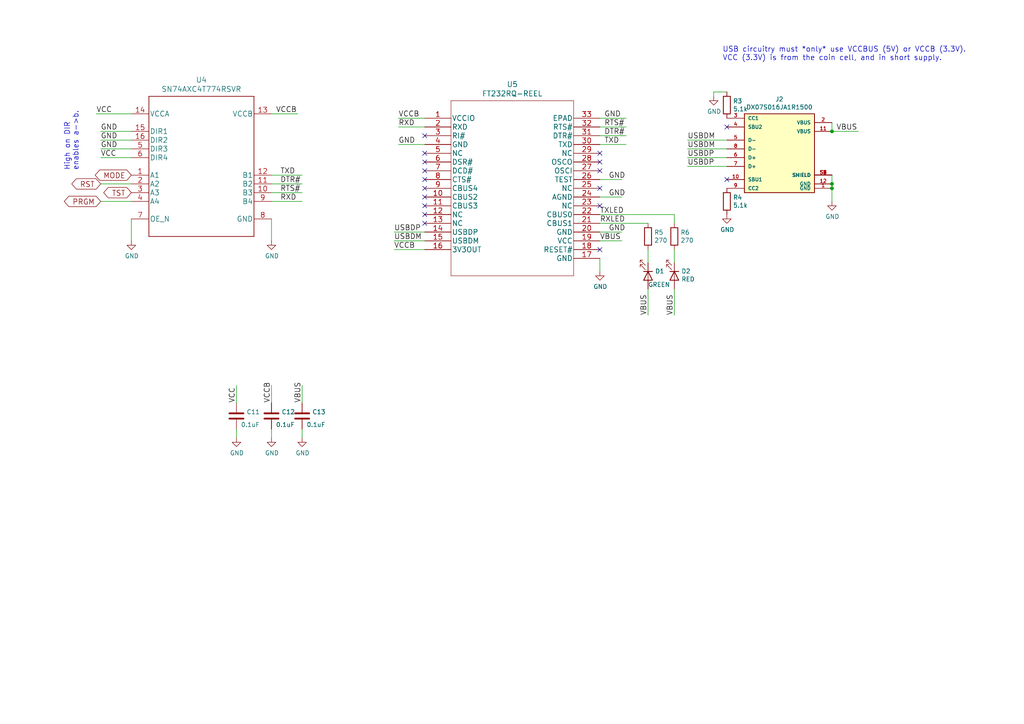
<source format=kicad_sch>
(kicad_sch (version 20211123) (generator eeschema)
  (paper "A4")
  (title_block (title "USB Programmer for GW31") (date "2020-12-20") (rev "31") (company "Travis Goodspeed"))
  (lib_symbols
    (symbol "Device:C" (pin_numbers hide) (pin_names (offset 0.254))
      (property "Reference" "C" (at 0.635 2.54 0))
      (property "Value" "Device_C" (at 0.635 -2.54 0))
      (symbol "C_0_1"
        (polyline (pts (xy -2.032 -0.762) (xy 2.032 -0.762)) (stroke (width 0.508)))
        (polyline (pts (xy -2.032 0.762) (xy 2.032 0.762)) (stroke (width 0.508)))
      )
      (symbol "C_1_1"
        (pin passive line (at 0 3.81 270) (length 2.794) (name "~") (number "1"))
        (pin passive line (at 0 -3.81 90) (length 2.794) (name "~") (number "2"))
      )
    )
    (symbol "Device:LED" (pin_numbers hide) (pin_names (offset 1.016) hide)
      (property "Reference" "D" (at 0 2.54 0))
      (property "Value" "Device_LED" (at 0 -2.54 0))
      (symbol "LED_0_1"
        (polyline (pts (xy -1.27 -1.27) (xy -1.27 1.27)) (stroke (width 0.254)))
        (polyline (pts (xy -1.27 0) (xy 1.27 0)))
        (polyline (pts (xy 1.27 -1.27) (xy 1.27 1.27) (xy -1.27 0) (xy 1.27 -1.27)) (stroke (width 0.254)))
        (polyline (pts (xy -3.048 -0.762) (xy -4.572 -2.286) (xy -3.81 -2.286) (xy -4.572 -2.286) (xy -4.572 -1.524)))
        (polyline (pts (xy -1.778 -0.762) (xy -3.302 -2.286) (xy -2.54 -2.286) (xy -3.302 -2.286) (xy -3.302 -1.524)))
      )
      (symbol "LED_1_1"
        (pin passive line (at -3.81 0 0) (length 2.54) (name "K") (number "1"))
        (pin passive line (at 3.81 0 180) (length 2.54) (name "A") (number "2"))
      )
    )
    (symbol "Device:R" (pin_numbers hide) (pin_names (offset 0))
      (property "Reference" "R" (at 2.032 0 90))
      (property "Value" "Device_R" (at 0 0 90))
      (symbol "R_0_1"
        (rectangle (start -1.016 -2.54) (end 1.016 2.54) (stroke (width 0.254)))
      )
      (symbol "R_1_1"
        (pin passive line (at 0 3.81 270) (length 1.27) (name "~") (number "1"))
        (pin passive line (at 0 -3.81 90) (length 1.27) (name "~") (number "2"))
      )
    )
    (symbol "goodpocketwatch31:DX07S016JA1R1500" (pin_names (offset 1.016))
      (property "Reference" "J" (at -10.16 11.43 0))
      (property "Value" "DX07S016JA1R1500" (at -10.16 -15.24 0))
      (symbol "DX07S016JA1R1500_0_0"
        (rectangle (start -10.16 -12.7) (end 10.16 10.16) (stroke (width 0.254)) (fill (type background)))
        (pin power_in line (at 15.24 -11.43 180) (length 5.08) (name "GND") (number "1"))
        (pin passive line (at -15.24 -8.89 0) (length 5.08) (name "SBU1") (number "10"))
        (pin power_in line (at 15.24 5.08 180) (length 5.08) (name "VBUS") (number "11"))
        (pin power_in line (at 15.24 -10.16 180) (length 5.08) (name "GND") (number "12"))
        (pin power_in line (at 15.24 7.62 180) (length 5.08) (name "VBUS") (number "2"))
        (pin passive line (at -15.24 8.89 0) (length 5.08) (name "CC1") (number "3"))
        (pin passive line (at -15.24 6.35 0) (length 5.08) (name "SBU2") (number "4"))
        (pin passive line (at -15.24 2.54 0) (length 5.08) (name "D-") (number "5"))
        (pin passive line (at -15.24 -2.54 0) (length 5.08) (name "D+") (number "6"))
        (pin passive line (at -15.24 -5.08 0) (length 5.08) (name "D+") (number "7"))
        (pin passive line (at -15.24 0 0) (length 5.08) (name "D-") (number "8"))
        (pin passive line (at -15.24 -11.43 0) (length 5.08) (name "CC2") (number "9"))
        (pin passive line (at 15.24 -7.62 180) (length 5.08) (name "SHIELD") (number "S1"))
        (pin passive line (at 15.24 -7.62 180) (length 5.08) (name "SHIELD") (number "S2"))
        (pin passive line (at 15.24 -7.62 180) (length 5.08) (name "SHIELD") (number "S3"))
        (pin passive line (at 15.24 -7.62 180) (length 5.08) (name "SHIELD") (number "S4"))
        (pin passive line (at 15.24 -7.62 180) (length 5.08) (name "SHIELD") (number "S5"))
        (pin passive line (at 15.24 -7.62 180) (length 5.08) (name "SHIELD") (number "S6"))
      )
    )
    (symbol "goodpocketwatch31:FT232RQ-REEL" (pin_names (offset 0.254))
      (property "Reference" "U" (at 25.4 10.16 0))
      (property "Value" "FT232RQ-REEL" (at 25.4 7.62 0))
      (symbol "FT232RQ-REEL_1_1"
        (polyline (pts (xy 7.62 -45.72) (xy 43.18 -45.72)) (stroke (width 0.127)))
        (polyline (pts (xy 7.62 5.08) (xy 7.62 -45.72)) (stroke (width 0.127)))
        (polyline (pts (xy 43.18 -45.72) (xy 43.18 5.08)) (stroke (width 0.127)))
        (polyline (pts (xy 43.18 5.08) (xy 7.62 5.08)) (stroke (width 0.127)))
        (pin unspecified line (at 0 0 0) (length 7.62) (name "VCCIO") (number "1"))
        (pin unspecified line (at 0 -22.86 0) (length 7.62) (name "CBUS2") (number "10"))
        (pin unspecified line (at 0 -25.4 0) (length 7.62) (name "CBUS3") (number "11"))
        (pin unspecified line (at 0 -27.94 0) (length 7.62) (name "NC") (number "12"))
        (pin unspecified line (at 0 -30.48 0) (length 7.62) (name "NC") (number "13"))
        (pin unspecified line (at 0 -33.02 0) (length 7.62) (name "USBDP") (number "14"))
        (pin unspecified line (at 0 -35.56 0) (length 7.62) (name "USBDM") (number "15"))
        (pin unspecified line (at 0 -38.1 0) (length 7.62) (name "3V3OUT") (number "16"))
        (pin unspecified line (at 50.8 -40.64 180) (length 7.62) (name "GND") (number "17"))
        (pin unspecified line (at 50.8 -38.1 180) (length 7.62) (name "RESET#") (number "18"))
        (pin unspecified line (at 50.8 -35.56 180) (length 7.62) (name "VCC") (number "19"))
        (pin unspecified line (at 0 -2.54 0) (length 7.62) (name "RXD") (number "2"))
        (pin unspecified line (at 50.8 -33.02 180) (length 7.62) (name "GND") (number "20"))
        (pin unspecified line (at 50.8 -30.48 180) (length 7.62) (name "CBUS1") (number "21"))
        (pin unspecified line (at 50.8 -27.94 180) (length 7.62) (name "CBUS0") (number "22"))
        (pin unspecified line (at 50.8 -25.4 180) (length 7.62) (name "NC") (number "23"))
        (pin unspecified line (at 50.8 -22.86 180) (length 7.62) (name "AGND") (number "24"))
        (pin unspecified line (at 50.8 -20.32 180) (length 7.62) (name "NC") (number "25"))
        (pin unspecified line (at 50.8 -17.78 180) (length 7.62) (name "TEST") (number "26"))
        (pin unspecified line (at 50.8 -15.24 180) (length 7.62) (name "OSCI") (number "27"))
        (pin unspecified line (at 50.8 -12.7 180) (length 7.62) (name "OSCO") (number "28"))
        (pin unspecified line (at 50.8 -10.16 180) (length 7.62) (name "NC") (number "29"))
        (pin unspecified line (at 0 -5.08 0) (length 7.62) (name "RI#") (number "3"))
        (pin unspecified line (at 50.8 -7.62 180) (length 7.62) (name "TXD") (number "30"))
        (pin unspecified line (at 50.8 -5.08 180) (length 7.62) (name "DTR#") (number "31"))
        (pin unspecified line (at 50.8 -2.54 180) (length 7.62) (name "RTS#") (number "32"))
        (pin unspecified line (at 50.8 0 180) (length 7.62) (name "EPAD") (number "33"))
        (pin unspecified line (at 0 -7.62 0) (length 7.62) (name "GND") (number "4"))
        (pin unspecified line (at 0 -10.16 0) (length 7.62) (name "NC") (number "5"))
        (pin unspecified line (at 0 -12.7 0) (length 7.62) (name "DSR#") (number "6"))
        (pin unspecified line (at 0 -15.24 0) (length 7.62) (name "DCD#") (number "7"))
        (pin unspecified line (at 0 -17.78 0) (length 7.62) (name "CTS#") (number "8"))
        (pin unspecified line (at 0 -20.32 0) (length 7.62) (name "CBUS4") (number "9"))
      )
    )
    (symbol "goodpocketwatch31:SN74AXC4T774RSVR" (pin_names (offset 0.254))
      (property "Reference" "U" (at 0 2.54 0))
      (property "Value" "SN74AXC4T774RSVR" (at 0 0 0))
      (symbol "SN74AXC4T774RSVR_1_1"
        (polyline (pts (xy -15.24 -20.32) (xy 15.24 -20.32)) (stroke (width 0.2032)))
        (polyline (pts (xy -15.24 20.32) (xy -15.24 -20.32)) (stroke (width 0.2032)))
        (polyline (pts (xy 15.24 -20.32) (xy 15.24 20.32)) (stroke (width 0.2032)))
        (polyline (pts (xy 15.24 20.32) (xy -15.24 20.32)) (stroke (width 0.2032)))
        (pin bidirectional line (at -20.32 -2.54 0) (length 5.08) (name "A1") (number "1"))
        (pin bidirectional line (at 20.32 -7.62 180) (length 5.08) (name "B3") (number "10"))
        (pin bidirectional line (at 20.32 -5.08 180) (length 5.08) (name "B2") (number "11"))
        (pin bidirectional line (at 20.32 -2.54 180) (length 5.08) (name "B1") (number "12"))
        (pin power_in line (at 20.32 15.24 180) (length 5.08) (name "VCCB") (number "13"))
        (pin power_in line (at -20.32 15.24 0) (length 5.08) (name "VCCA") (number "14"))
        (pin input line (at -20.32 10.16 0) (length 5.08) (name "DIR1") (number "15"))
        (pin input line (at -20.32 7.62 0) (length 5.08) (name "DIR2") (number "16"))
        (pin bidirectional line (at -20.32 -5.08 0) (length 5.08) (name "A2") (number "2"))
        (pin bidirectional line (at -20.32 -7.62 0) (length 5.08) (name "A3") (number "3"))
        (pin bidirectional line (at -20.32 -10.16 0) (length 5.08) (name "A4") (number "4"))
        (pin input line (at -20.32 5.08 0) (length 5.08) (name "DIR3") (number "5"))
        (pin input line (at -20.32 2.54 0) (length 5.08) (name "DIR4") (number "6"))
        (pin input line (at -20.32 -15.24 0) (length 5.08) (name "OE_N") (number "7"))
        (pin power_in line (at 20.32 -15.24 180) (length 5.08) (name "GND") (number "8"))
        (pin bidirectional line (at 20.32 -10.16 180) (length 5.08) (name "B4") (number "9"))
      )
    )
    (symbol "power:GND" (power) (pin_names (offset 0))
      (property "Value" "power_GND" (at 0 -3.81 0))
      (symbol "GND_0_1"
        (polyline (pts (xy 0 0) (xy 0 -1.27) (xy 1.27 -1.27) (xy 0 -2.54) (xy -1.27 -1.27) (xy 0 -1.27)))
      )
      (symbol "GND_1_1"
        (pin power_in line (at 0 0 270) (length 0) hide (name "GND") (number "1"))
      )
    )
  )
  (junction (at 241.3 54.61))
  (junction (at 241.3 38.1))
  (junction (at 241.3 53.34))
  (no_connect (at 173.99 54.61))
  (no_connect (at 210.82 36.83))
  (no_connect (at 123.19 59.69))
  (no_connect (at 123.19 44.45))
  (no_connect (at 123.19 54.61))
  (no_connect (at 123.19 49.53))
  (no_connect (at 123.19 62.23))
  (no_connect (at 173.99 59.69))
  (no_connect (at 123.19 52.07))
  (no_connect (at 173.99 72.39))
  (no_connect (at 123.19 57.15))
  (no_connect (at 173.99 46.99))
  (no_connect (at 123.19 39.37))
  (no_connect (at 123.19 46.99))
  (no_connect (at 173.99 44.45))
  (no_connect (at 210.82 52.07))
  (no_connect (at 173.99 49.53))
  (no_connect (at 123.19 64.77))
  (wire (pts (xy 241.3 35.56) (xy 241.3 38.1)))
  (wire (pts (xy 68.58 116.84) (xy 68.58 111.76)))
  (wire (pts (xy 29.21 43.18) (xy 38.1 43.18)))
  (wire (pts (xy 123.19 41.91) (xy 115.57 41.91)))
  (wire (pts (xy 173.99 62.23) (xy 195.58 62.23)))
  (wire (pts (xy 195.58 62.23) (xy 195.58 64.77)))
  (wire (pts (xy 29.21 45.72) (xy 38.1 45.72)))
  (wire (pts (xy 87.63 124.46) (xy 87.63 127)))
  (wire (pts (xy 38.1 33.02) (xy 27.94 33.02)))
  (wire (pts (xy 78.74 33.02) (xy 86.36 33.02)))
  (wire (pts (xy 123.19 34.29) (xy 115.57 34.29)))
  (wire (pts (xy 78.74 58.42) (xy 87.63 58.42)))
  (wire (pts (xy 187.96 83.82) (xy 187.96 91.44)))
  (wire (pts (xy 210.82 45.72) (xy 199.39 45.72)))
  (wire (pts (xy 123.19 72.39) (xy 114.3 72.39)))
  (wire (pts (xy 241.3 54.61) (xy 241.3 58.42)))
  (wire (pts (xy 173.99 69.85) (xy 180.34 69.85)))
  (wire (pts (xy 29.21 53.34) (xy 38.1 53.34)))
  (wire (pts (xy 123.19 67.31) (xy 114.3 67.31)))
  (wire (pts (xy 173.99 36.83) (xy 181.61 36.83)))
  (wire (pts (xy 173.99 39.37) (xy 181.61 39.37)))
  (wire (pts (xy 210.82 43.18) (xy 199.39 43.18)))
  (wire (pts (xy 78.74 53.34) (xy 87.63 53.34)))
  (wire (pts (xy 78.74 55.88) (xy 87.63 55.88)))
  (wire (pts (xy 29.21 40.64) (xy 38.1 40.64)))
  (wire (pts (xy 207.01 26.67) (xy 210.82 26.67)))
  (wire (pts (xy 210.82 48.26) (xy 199.39 48.26)))
  (wire (pts (xy 173.99 57.15) (xy 180.34 57.15)))
  (wire (pts (xy 241.3 38.1) (xy 248.92 38.1)))
  (wire (pts (xy 241.3 53.34) (xy 241.3 54.61)))
  (wire (pts (xy 123.19 36.83) (xy 115.57 36.83)))
  (wire (pts (xy 173.99 74.93) (xy 173.99 78.74)))
  (wire (pts (xy 195.58 72.39) (xy 195.58 76.2)))
  (wire (pts (xy 195.58 83.82) (xy 195.58 91.44)))
  (wire (pts (xy 78.74 50.8) (xy 87.63 50.8)))
  (wire (pts (xy 210.82 40.64) (xy 199.39 40.64)))
  (wire (pts (xy 173.99 34.29) (xy 181.61 34.29)))
  (wire (pts (xy 173.99 41.91) (xy 181.61 41.91)))
  (wire (pts (xy 241.3 53.34) (xy 241.3 50.8)))
  (wire (pts (xy 207.01 27.94) (xy 207.01 26.67)))
  (wire (pts (xy 29.21 38.1) (xy 38.1 38.1)))
  (wire (pts (xy 38.1 69.85) (xy 38.1 63.5)))
  (wire (pts (xy 173.99 52.07) (xy 180.34 52.07)))
  (wire (pts (xy 123.19 69.85) (xy 114.3 69.85)))
  (wire (pts (xy 187.96 76.2) (xy 187.96 72.39)))
  (wire (pts (xy 173.99 67.31) (xy 180.34 67.31)))
  (wire (pts (xy 78.74 124.46) (xy 78.74 127)))
  (wire (pts (xy 78.74 69.85) (xy 78.74 63.5)))
  (wire (pts (xy 87.63 116.84) (xy 87.63 111.76)))
  (wire (pts (xy 68.58 124.46) (xy 68.58 127)))
  (wire (pts (xy 29.21 58.42) (xy 38.1 58.42)))
  (wire (pts (xy 173.99 64.77) (xy 187.96 64.77)))
  (wire (pts (xy 78.74 116.84) (xy 78.74 111.76)))
  (text "USB circuitry must *only* use VCCBUS (5V) or VCCB (3.3V).\nVCC (3.3V) is from the coin cell, and in short supply." (at 209.55 17.78 0) (effects (font (size 1.524 1.524)) (justify left bottom)))
  (text "High on DIR\nenables a->b." (at 22.86 49.53 90) (effects (font (size 1.524 1.524)) (justify left bottom)))
  (label "RTS#" (at 81.28 55.88 0) (effects (font (size 1.524 1.524))))
  (label "GND" (at 29.21 43.18 0) (effects (font (size 1.524 1.524))))
  (label "GND" (at 29.21 40.64 0) (effects (font (size 1.524 1.524))))
  (label "USBDM" (at 199.39 43.18 0) (effects (font (size 1.524 1.524))))
  (label "RTS#" (at 175.26 36.83 0) (effects (font (size 1.524 1.524))))
  (label "USBDM" (at 199.39 40.64 0) (effects (font (size 1.524 1.524))))
  (label "RXLED" (at 173.99 64.77 0) (effects (font (size 1.524 1.524))))
  (label "DTR#" (at 175.26 39.37 0) (effects (font (size 1.524 1.524))))
  (label "GND" (at 176.53 57.15 0) (effects (font (size 1.524 1.524))))
  (label "GND" (at 29.21 38.1 0) (effects (font (size 1.524 1.524))))
  (label "USBDM" (at 114.3 69.85 0) (effects (font (size 1.524 1.524))))
  (label "TXD" (at 81.28 50.8 0) (effects (font (size 1.524 1.524))))
  (label "RXD" (at 115.57 36.83 0) (effects (font (size 1.524 1.524))))
  (label "VCC" (at 29.21 45.72 0) (effects (font (size 1.524 1.524))))
  (label "USBDP" (at 199.39 45.72 0) (effects (font (size 1.524 1.524))))
  (label "VCCB" (at 78.74 116.84 90) (effects (font (size 1.524 1.524))))
  (label "GND" (at 176.53 52.07 0) (effects (font (size 1.524 1.524))))
  (label "GND" (at 176.53 67.31 0) (effects (font (size 1.524 1.524))))
  (label "GND" (at 115.57 41.91 0) (effects (font (size 1.524 1.524))))
  (label "VCCB" (at 115.57 34.29 0) (effects (font (size 1.524 1.524))))
  (label "VBUS" (at 187.96 91.44 90) (effects (font (size 1.524 1.524))))
  (label "GND" (at 175.26 34.29 0) (effects (font (size 1.524 1.524))))
  (label "USBDP" (at 199.39 48.26 0) (effects (font (size 1.524 1.524))))
  (label "VCCB" (at 80.01 33.02 0) (effects (font (size 1.524 1.524))))
  (label "VBUS" (at 173.99 69.85 0) (effects (font (size 1.524 1.524))))
  (label "TXD" (at 175.26 41.91 0) (effects (font (size 1.524 1.524))))
  (label "VBUS" (at 242.57 38.1 0) (effects (font (size 1.524 1.524))))
  (label "VBUS" (at 87.63 116.84 90) (effects (font (size 1.524 1.524))))
  (label "VCCB" (at 114.3 72.39 0) (effects (font (size 1.524 1.524))))
  (label "VCC" (at 27.94 33.02 0) (effects (font (size 1.524 1.524))))
  (label "RXD" (at 81.28 58.42 0) (effects (font (size 1.524 1.524))))
  (label "TXLED" (at 173.99 62.23 0) (effects (font (size 1.524 1.524))))
  (label "USBDP" (at 114.3 67.31 0) (effects (font (size 1.524 1.524))))
  (label "VBUS" (at 195.58 91.44 90) (effects (font (size 1.524 1.524))))
  (label "DTR#" (at 81.28 53.34 0) (effects (font (size 1.524 1.524))))
  (label "VCC" (at 68.58 116.84 90) (effects (font (size 1.524 1.524))))
  (global_label "MODE" (shape bidirectional) (at 38.1 50.8 180) (effects (font (size 1.524 1.524))) (property "Intersheet References" "${INTERSHEET_REFS}" (effects hide)))
  (global_label "RST" (shape bidirectional) (at 29.21 53.34 180) (effects (font (size 1.524 1.524))) (property "Intersheet References" "${INTERSHEET_REFS}" (effects hide)))
  (global_label "TST" (shape bidirectional) (at 38.1 55.88 180) (effects (font (size 1.524 1.524))) (property "Intersheet References" "${INTERSHEET_REFS}" (effects hide)))
  (global_label "PRGM" (shape bidirectional) (at 29.21 58.42 180) (effects (font (size 1.524 1.524))) (property "Intersheet References" "${INTERSHEET_REFS}" (effects hide)))
  (symbol (lib_id "power:GND") (at 78.74 69.85 0) (unit 1)
    (property "Reference" "#PWR0102" (effects hide))
    (property "Value" "GND" (at 78.867 74.2442 0))
  )
  (symbol (lib_id "power:GND") (at 173.99 78.74 0) (unit 1)
    (property "Reference" "#PWR0103" (effects hide))
    (property "Value" "GND" (at 174.117 83.1342 0))
  )
  (symbol (lib_id "goodpocketwatch31:DX07S016JA1R1500") (at 226.06 43.18 0) (unit 1)
    (property "Reference" "J2" (at 226.06 28.7782 0))
    (property "Value" "DX07S016JA1R1500" (at 226.06 31.0896 0))
    (property "Footprint" "goodpocketwatch31:JAE_DX07S016JA1R1500" (effects hide))
    (property "MAXIMUM_PACKAGE_HEIGHT" "3.31 mm" (effects hide))
    (property "PARTREV" "1" (effects hide))
    (property "MANUFACTURER" "JAE Industry Ltd." (effects hide))
  )
  (symbol (lib_id "power:GND") (at 241.3 58.42 0) (unit 1)
    (property "Reference" "#PWR0104" (effects hide))
    (property "Value" "GND" (at 241.427 62.8142 0))
  )
  (symbol (lib_id "Device:R") (at 210.82 58.42 0) (unit 1)
    (property "Reference" "R4" (at 212.598 57.2516 0) (effects (justify left)))
    (property "Value" "5.1k" (at 212.598 59.563 0) (effects (justify left)))
    (property "Footprint" "Resistor_SMD:R_0402_1005Metric" (effects hide))
  )
  (symbol (lib_id "Device:R") (at 210.82 30.48 0) (unit 1)
    (property "Reference" "R3" (at 212.598 29.3116 0) (effects (justify left)))
    (property "Value" "5.1k" (at 212.598 31.623 0) (effects (justify left)))
    (property "Footprint" "Resistor_SMD:R_0402_1005Metric" (effects hide))
  )
  (symbol (lib_id "power:GND") (at 210.82 62.23 0) (unit 1)
    (property "Reference" "#PWR019" (effects hide))
    (property "Value" "GND" (at 210.947 66.6242 0))
  )
  (symbol (lib_id "power:GND") (at 207.01 27.94 0) (unit 1)
    (property "Reference" "#PWR018" (effects hide))
    (property "Value" "GND" (at 207.137 32.3342 0))
  )
  (symbol (lib_id "Device:R") (at 187.96 68.58 0) (unit 1)
    (property "Reference" "R5" (at 189.738 67.4116 0) (effects (justify left)))
    (property "Value" "270" (at 189.738 69.723 0) (effects (justify left)))
    (property "Footprint" "Resistor_SMD:R_0402_1005Metric" (effects hide))
  )
  (symbol (lib_id "Device:R") (at 195.58 68.58 0) (unit 1)
    (property "Reference" "R6" (at 197.358 67.4116 0) (effects (justify left)))
    (property "Value" "270" (at 197.358 69.723 0) (effects (justify left)))
    (property "Footprint" "Resistor_SMD:R_0402_1005Metric" (effects hide))
  )
  (symbol (lib_id "Device:LED") (at 187.96 80.01 270) (unit 1)
    (property "Reference" "D1" (at 189.992 78.6638 90) (effects (justify left)))
    (property "Value" "GREEN" (at 187.96 82.55 90) (effects (justify left)))
    (property "Footprint" "LED_SMD:R_0402_1005Metric" (effects hide))
  )
  (symbol (lib_id "Device:LED") (at 195.58 80.01 270) (unit 1)
    (property "Reference" "D2" (at 197.612 78.6638 90) (effects (justify left)))
    (property "Value" "RED" (at 197.612 80.9752 90) (effects (justify left)))
    (property "Footprint" "LED_SMD:R_0402_1005Metric" (effects hide))
  )
  (symbol (lib_id "power:GND") (at 38.1 69.85 0) (unit 1)
    (property "Reference" "#PWR0105" (effects hide))
    (property "Value" "GND" (at 38.227 74.2442 0))
  )
  (symbol (lib_id "Device:C") (at 68.58 120.65 0) (unit 1)
    (property "Reference" "C11" (at 71.501 119.4816 0) (effects (justify left)))
    (property "Value" "0.1uF" (at 69.85 123.19 0) (effects (justify left)))
    (property "Footprint" "Capacitor_SMD:C_0402_1005Metric" (effects hide))
  )
  (symbol (lib_id "Device:C") (at 78.74 120.65 0) (unit 1)
    (property "Reference" "C12" (at 81.661 119.4816 0) (effects (justify left)))
    (property "Value" "0.1uF" (at 80.01 123.19 0) (effects (justify left)))
    (property "Footprint" "Capacitor_SMD:C_0402_1005Metric" (effects hide))
  )
  (symbol (lib_id "Device:C") (at 87.63 120.65 0) (unit 1)
    (property "Reference" "C13" (at 90.551 119.4816 0) (effects (justify left)))
    (property "Value" "0.1uF" (at 88.9 123.19 0) (effects (justify left)))
    (property "Footprint" "Capacitor_SMD:C_0402_1005Metric" (effects hide))
  )
  (symbol (lib_id "power:GND") (at 68.58 127 0) (unit 1)
    (property "Reference" "#PWR020" (effects hide))
    (property "Value" "GND" (at 68.707 131.3942 0))
  )
  (symbol (lib_id "power:GND") (at 78.74 127 0) (unit 1)
    (property "Reference" "#PWR021" (effects hide))
    (property "Value" "GND" (at 78.867 131.3942 0))
  )
  (symbol (lib_id "power:GND") (at 87.63 127 0) (unit 1)
    (property "Reference" "#PWR022" (effects hide))
    (property "Value" "GND" (at 87.757 131.3942 0))
  )
  (symbol (lib_id "goodpocketwatch31:SN74AXC4T774RSVR") (at 58.42 48.26 0) (unit 1)
    (property "Reference" "U4" (at 58.42 23.1648 0) (effects (font (size 1.524 1.524))))
    (property "Value" "SN74AXC4T774RSVR" (at 58.42 25.8572 0) (effects (font (size 1.524 1.524))))
    (property "Footprint" "goodpocketwatch31:SN74AXC4T774RSVR" (effects hide))
  )
  (symbol (lib_id "goodpocketwatch31:FT232RQ-REEL") (at 123.19 34.29 0) (unit 1)
    (property "Reference" "U5" (at 148.59 24.4602 0) (effects (font (size 1.524 1.524))))
    (property "Value" "FT232RQ-REEL" (at 148.59 27.1526 0) (effects (font (size 1.524 1.524))))
    (property "Footprint" "goodpocketwatch31:FT232RQ-REEL" (effects hide))
  )
)
</source>
